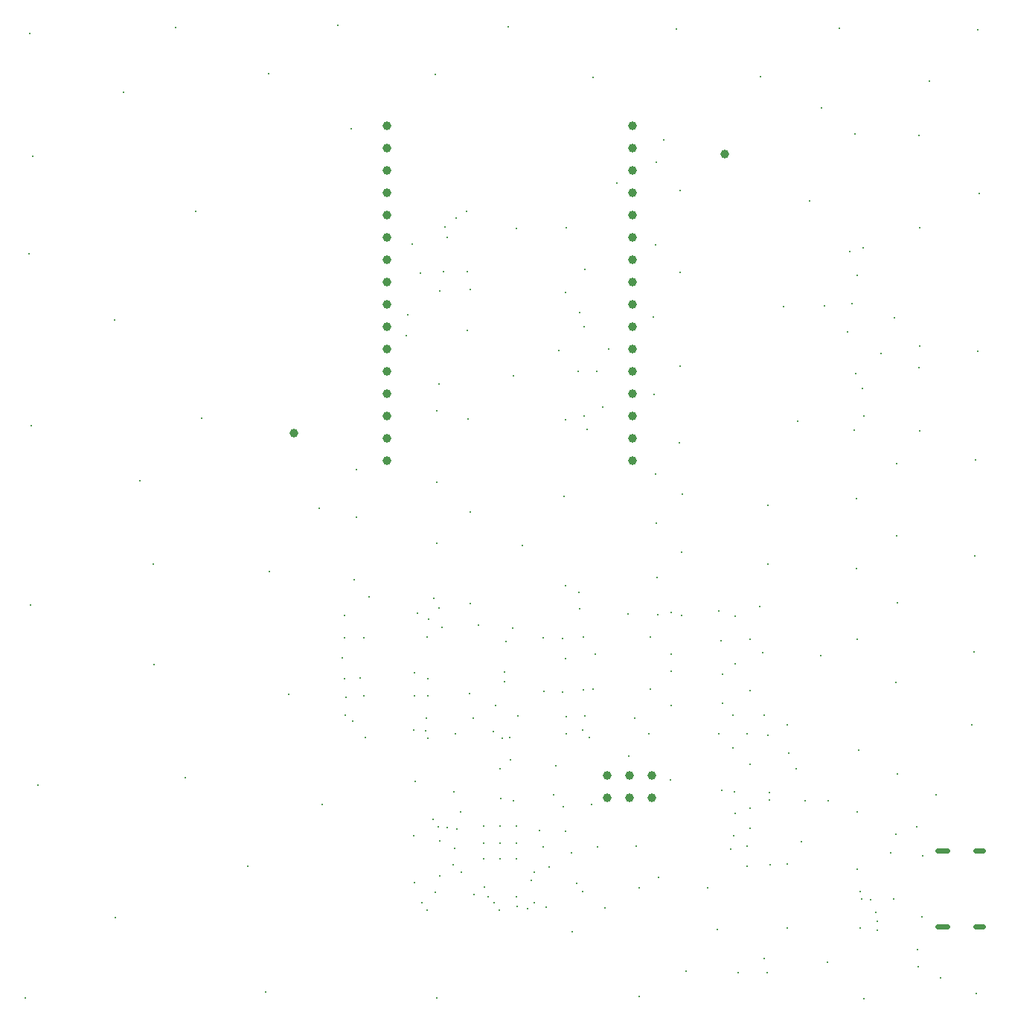
<source format=gbr>
%TF.GenerationSoftware,KiCad,Pcbnew,9.0.6*%
%TF.CreationDate,2026-01-20T12:02:53+00:00*%
%TF.ProjectId,OE PyBoard tester,4f452050-7942-46f6-9172-642074657374,rev?*%
%TF.SameCoordinates,Original*%
%TF.FileFunction,Plated,1,4,PTH,Mixed*%
%TF.FilePolarity,Positive*%
%FSLAX46Y46*%
G04 Gerber Fmt 4.6, Leading zero omitted, Abs format (unit mm)*
G04 Created by KiCad (PCBNEW 9.0.6) date 2026-01-20 12:02:53*
%MOMM*%
%LPD*%
G01*
G04 APERTURE LIST*
%TA.AperFunction,ViaDrill*%
%ADD10C,0.220000*%
%TD*%
G04 aperture for slot hole*
%TA.AperFunction,ComponentDrill*%
%ADD11C,0.600000*%
%TD*%
%TA.AperFunction,ComponentDrill*%
%ADD12C,1.000000*%
%TD*%
G04 APERTURE END LIST*
D10*
X86175000Y-149400000D03*
X86625000Y-64700000D03*
X86694469Y-39664003D03*
X86825000Y-104700000D03*
X86925000Y-84325000D03*
X87050000Y-53675000D03*
X87625000Y-125200000D03*
X96350000Y-72250000D03*
X96425000Y-140225000D03*
X97400000Y-46350000D03*
X99275000Y-90525000D03*
X100750000Y-100075000D03*
X100850000Y-111500000D03*
X103325000Y-38950000D03*
X104450000Y-124300000D03*
X105600000Y-59900000D03*
X106250000Y-83450000D03*
X111500000Y-134400000D03*
X113550000Y-148750000D03*
X113900000Y-44250000D03*
X114000000Y-100900000D03*
X116200000Y-114850000D03*
X119650000Y-93700000D03*
X120000000Y-127350000D03*
X121800000Y-38700000D03*
X122300000Y-110700000D03*
X122500000Y-113050000D03*
X122510000Y-108450000D03*
X122550000Y-105900000D03*
X122590000Y-117200000D03*
X122700000Y-115150000D03*
X123300000Y-50481467D03*
X123450000Y-117900000D03*
X123600000Y-101850000D03*
X123900000Y-89300000D03*
X123900000Y-94700000D03*
X124300000Y-112950000D03*
X124750000Y-108400000D03*
X124750000Y-115006800D03*
X124900000Y-119750000D03*
X125300000Y-103800000D03*
X129600000Y-74050000D03*
X129750000Y-71700000D03*
X130200000Y-63600000D03*
X130400000Y-118950000D03*
X130400000Y-130950000D03*
X130450000Y-115050000D03*
X130450000Y-136300000D03*
X130500000Y-112378000D03*
X130550000Y-124800000D03*
X130850000Y-105600000D03*
X131200000Y-66900000D03*
X131300000Y-138600000D03*
X131800000Y-119000000D03*
X131850000Y-117600000D03*
X131900000Y-139400000D03*
X131950000Y-108300000D03*
X132000000Y-113056800D03*
X132000000Y-115000000D03*
X132016000Y-119850000D03*
X132100000Y-106325000D03*
X132600000Y-129100000D03*
X132675000Y-103900000D03*
X132850000Y-44350000D03*
X132850000Y-137400000D03*
X133000000Y-90750000D03*
X133025000Y-149425000D03*
X133050000Y-82600000D03*
X133050000Y-97650000D03*
X133200000Y-129900000D03*
X133300000Y-79550000D03*
X133300000Y-105050000D03*
X133350000Y-68950000D03*
X133350000Y-131500000D03*
X133363500Y-135500000D03*
X133600000Y-107200000D03*
X133750000Y-66750000D03*
X133950000Y-61700000D03*
X134250000Y-62894800D03*
X134250000Y-130000000D03*
X134850000Y-134200000D03*
X134950000Y-125950000D03*
X135050000Y-132400000D03*
X135150000Y-119300000D03*
X135200000Y-60644800D03*
X135350000Y-130200000D03*
X135700000Y-128250000D03*
X135850000Y-135125000D03*
X136400000Y-59900000D03*
X136500000Y-66800000D03*
X136500000Y-73450000D03*
X136550000Y-83550000D03*
X136750000Y-114806800D03*
X136800000Y-68800000D03*
X136800000Y-104550000D03*
X136850000Y-94150000D03*
X137200000Y-117600000D03*
X137300000Y-137600000D03*
X137800000Y-106975000D03*
X138350000Y-129850000D03*
X138350000Y-131750000D03*
X138350000Y-133600000D03*
X138450000Y-136750000D03*
X138850000Y-137850000D03*
X139500000Y-119100000D03*
X139550000Y-138600000D03*
X139700000Y-116150000D03*
X140150000Y-139400000D03*
X140200000Y-123300000D03*
X140200000Y-129850000D03*
X140200000Y-131750000D03*
X140200000Y-133600000D03*
X140328500Y-126671500D03*
X140486622Y-119836063D03*
X140700000Y-113400000D03*
X140750000Y-112350000D03*
X140900000Y-108800000D03*
X141175000Y-38900000D03*
X141350000Y-119800000D03*
X141400000Y-122300000D03*
X141650000Y-107343700D03*
X141730999Y-126941690D03*
X141750000Y-78600000D03*
X142050000Y-61850000D03*
X142050000Y-137849000D03*
X142100000Y-129850000D03*
X142100000Y-131750000D03*
X142100000Y-133600000D03*
X142200000Y-138950000D03*
X142300000Y-117350000D03*
X142800000Y-97950000D03*
X143359022Y-139200000D03*
X143800000Y-136050000D03*
X144100000Y-138550000D03*
X144150000Y-135050000D03*
X144700000Y-130350000D03*
X145100000Y-108450000D03*
X145100000Y-132250000D03*
X145200000Y-114500000D03*
X145500000Y-139050000D03*
X145800000Y-134465000D03*
X146300000Y-126250000D03*
X146600000Y-123000000D03*
X146950000Y-75750000D03*
X147312500Y-108511200D03*
X147362500Y-114561200D03*
X147450000Y-127600000D03*
X147500000Y-92350000D03*
X147650000Y-69100000D03*
X147650000Y-83650000D03*
X147650000Y-110750000D03*
X147700000Y-102450000D03*
X147700000Y-130450000D03*
X147750000Y-61800000D03*
X147750000Y-117400000D03*
X147800000Y-119350000D03*
X148365000Y-132865000D03*
X148450000Y-141850000D03*
X148950000Y-136400000D03*
X149150000Y-78150000D03*
X149200000Y-103250000D03*
X149250000Y-71400000D03*
X149300000Y-105100000D03*
X149600000Y-118950000D03*
X149600000Y-137264000D03*
X149700000Y-108350000D03*
X149700000Y-114350000D03*
X149764000Y-73044800D03*
X149764000Y-83194800D03*
X149850000Y-117350000D03*
X149900000Y-66550000D03*
X150100000Y-84700000D03*
X150350000Y-119800000D03*
X150650000Y-127350000D03*
X150850000Y-44650000D03*
X150850000Y-114250000D03*
X151078367Y-110271633D03*
X151264000Y-78144800D03*
X151350000Y-132200000D03*
X151950000Y-82200000D03*
X152150000Y-139150000D03*
X152614000Y-75594800D03*
X153500000Y-56700000D03*
X154800000Y-105700000D03*
X154850000Y-121900000D03*
X155562500Y-117561200D03*
X155750000Y-132100000D03*
X156100000Y-136825000D03*
X156100000Y-149250000D03*
X157150000Y-119300000D03*
X157312500Y-108311200D03*
X157312500Y-114261200D03*
X157700000Y-71950000D03*
X157750000Y-80700000D03*
X157900000Y-63700000D03*
X157950000Y-89750000D03*
X158000000Y-54300000D03*
X158000000Y-95400000D03*
X158100000Y-101600000D03*
X158150000Y-105800000D03*
X158300000Y-135700000D03*
X158850000Y-51750000D03*
X159600000Y-124600000D03*
X159700000Y-105500000D03*
X159700000Y-112200000D03*
X159712500Y-110311200D03*
X159712500Y-116161200D03*
X160250000Y-39175000D03*
X160600000Y-86250000D03*
X160700000Y-77550000D03*
X160750000Y-57550000D03*
X160750000Y-66850000D03*
X160850000Y-98650000D03*
X160850000Y-105850000D03*
X161000000Y-92050000D03*
X161400000Y-146350000D03*
X163875000Y-136850000D03*
X164950000Y-141650000D03*
X165100000Y-105400000D03*
X165150000Y-119300000D03*
X165400000Y-108750000D03*
X165450000Y-125800000D03*
X165500000Y-112550000D03*
X165550000Y-115900000D03*
X166500000Y-132450000D03*
X166700000Y-117200000D03*
X166750000Y-120950000D03*
X166800000Y-130900000D03*
X166900000Y-125950000D03*
X166950000Y-106000000D03*
X167000000Y-111400000D03*
X167000000Y-128400000D03*
X167300000Y-146550000D03*
X168300000Y-119350000D03*
X168350000Y-132150000D03*
X168350000Y-134450000D03*
X168650000Y-122850000D03*
X168670000Y-127830000D03*
X168700000Y-108600000D03*
X168700000Y-114450000D03*
X168700000Y-130100000D03*
X169750000Y-104850000D03*
X169850000Y-44550000D03*
X170150000Y-110100000D03*
X170300000Y-117200000D03*
X170300000Y-144900000D03*
X170582500Y-146550000D03*
X170700000Y-93350000D03*
X170700000Y-100000000D03*
X170700000Y-119500000D03*
X170850000Y-126050000D03*
X170850000Y-126850000D03*
X170950000Y-134200000D03*
X172450000Y-70750000D03*
X172900000Y-118350000D03*
X172900000Y-134150000D03*
X172900000Y-141400000D03*
X173100000Y-121550000D03*
X173950000Y-123350000D03*
X174100000Y-83750000D03*
X174550000Y-131600000D03*
X174920000Y-126950000D03*
X175450000Y-58700000D03*
X176750000Y-110450000D03*
X176800000Y-48150000D03*
X177150000Y-70650000D03*
X177500000Y-145350000D03*
X177580000Y-126950000D03*
X178800000Y-39075000D03*
X179725000Y-73650000D03*
X180000000Y-64450000D03*
X180265000Y-70427600D03*
X180500000Y-84800000D03*
X180600000Y-51100000D03*
X180700000Y-78350000D03*
X180800000Y-92550000D03*
X180800000Y-100550000D03*
X180825000Y-108575000D03*
X180850000Y-67150000D03*
X180875000Y-134725000D03*
X180900000Y-128225000D03*
X181075000Y-121200000D03*
X181200000Y-141450000D03*
X181209384Y-137309384D03*
X181375000Y-138150000D03*
X181475000Y-80075000D03*
X181550000Y-64050000D03*
X181625000Y-149475000D03*
X181650000Y-83200000D03*
X182370000Y-138220000D03*
X183000000Y-139700000D03*
X183145384Y-140700000D03*
X183150000Y-141700000D03*
X183550000Y-76050000D03*
X184650000Y-132850000D03*
X185000000Y-138155000D03*
X185100000Y-72050000D03*
X185250000Y-113500000D03*
X185250000Y-130750000D03*
X185350000Y-88600000D03*
X185350000Y-96800000D03*
X185450000Y-104450000D03*
X185450000Y-123950000D03*
X187667500Y-129900000D03*
X187717500Y-143900000D03*
X187767500Y-145800000D03*
X187900000Y-51250000D03*
X187925000Y-77700000D03*
X187975000Y-84900000D03*
X188000000Y-61750000D03*
X188000000Y-75200000D03*
X188250000Y-140150000D03*
X188300000Y-133250000D03*
X189050000Y-45050000D03*
X189850000Y-126300000D03*
X190350000Y-147100000D03*
X193875000Y-118300000D03*
X194175000Y-110000000D03*
X194275000Y-99100000D03*
X194300000Y-88200000D03*
X194375000Y-148850000D03*
X194600000Y-39250000D03*
X194600000Y-75800000D03*
X194725000Y-57900000D03*
D11*
%TO.C,J1*%
X191120000Y-132630000D02*
X190020000Y-132630000D01*
X191120000Y-141270000D02*
X190020000Y-141270000D01*
X195150000Y-132630000D02*
X194350000Y-132630000D01*
X195150000Y-141270000D02*
X194350000Y-141270000D01*
D12*
%TO.C,TP27*%
X116790681Y-85109856D03*
%TO.C,J4*%
X127380000Y-50206800D03*
X127380000Y-52746800D03*
X127380000Y-55286800D03*
X127380000Y-57826800D03*
X127380000Y-60366800D03*
X127380000Y-62906800D03*
X127380000Y-65446800D03*
X127380000Y-67986800D03*
X127380000Y-70526800D03*
X127380000Y-73066800D03*
X127380000Y-75606800D03*
X127380000Y-78146800D03*
X127380000Y-80686800D03*
X127380000Y-83226800D03*
X127380000Y-85766800D03*
X127380000Y-88306800D03*
%TO.C,J2*%
X152410000Y-124075000D03*
X152410000Y-126615000D03*
X154950000Y-124075000D03*
X154950000Y-126615000D03*
%TO.C,J5*%
X155314000Y-50194800D03*
X155314000Y-52734800D03*
X155314000Y-55274800D03*
X155314000Y-57814800D03*
X155314000Y-60354800D03*
X155314000Y-62894800D03*
X155314000Y-65434800D03*
X155314000Y-67974800D03*
X155314000Y-70514800D03*
X155314000Y-73054800D03*
X155314000Y-75594800D03*
X155314000Y-78134800D03*
X155314000Y-80674800D03*
X155314000Y-83214800D03*
X155314000Y-85754800D03*
X155314000Y-88294800D03*
%TO.C,J2*%
X157490000Y-124075000D03*
X157490000Y-126615000D03*
%TO.C,TP6*%
X165814000Y-53368133D03*
M02*

</source>
